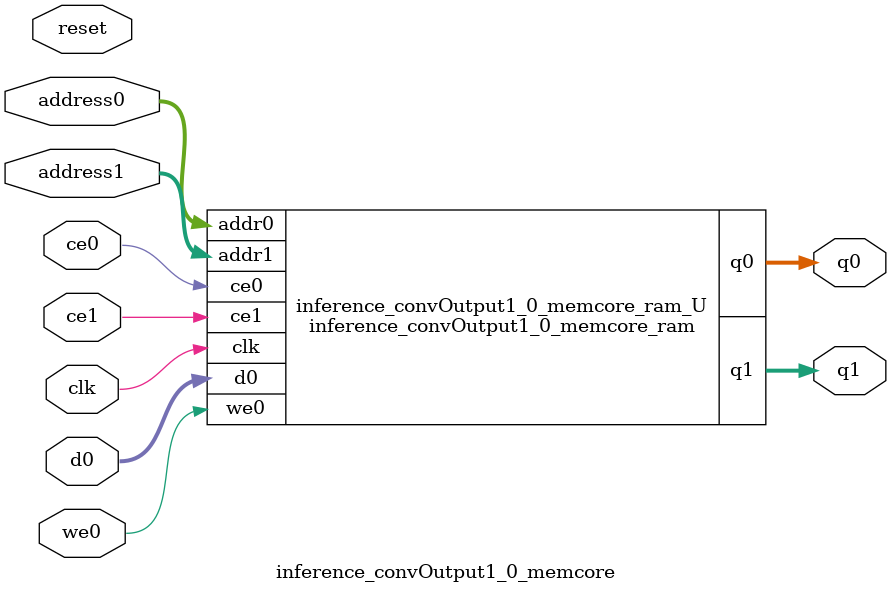
<source format=v>

`timescale 1 ns / 1 ps
module inference_convOutput1_0_memcore_ram (addr0, ce0, d0, we0, q0, addr1, ce1, q1,  clk);

parameter DWIDTH = 32;
parameter AWIDTH = 11;
parameter MEM_SIZE = 1176;

input[AWIDTH-1:0] addr0;
input ce0;
input[DWIDTH-1:0] d0;
input we0;
output reg[DWIDTH-1:0] q0;
input[AWIDTH-1:0] addr1;
input ce1;
output reg[DWIDTH-1:0] q1;
input clk;

(* ram_style = "block" *)reg [DWIDTH-1:0] ram[MEM_SIZE-1:0];




always @(posedge clk)  
begin 
    if (ce0) 
    begin
        if (we0) 
        begin 
            ram[addr0] <= d0; 
            q0 <= d0;
        end 
        else 
            q0 <= ram[addr0];
    end
end


always @(posedge clk)  
begin 
    if (ce1) 
    begin
            q1 <= ram[addr1];
    end
end


endmodule


`timescale 1 ns / 1 ps
module inference_convOutput1_0_memcore(
    reset,
    clk,
    address0,
    ce0,
    we0,
    d0,
    q0,
    address1,
    ce1,
    q1);

parameter DataWidth = 32'd32;
parameter AddressRange = 32'd1176;
parameter AddressWidth = 32'd11;
input reset;
input clk;
input[AddressWidth - 1:0] address0;
input ce0;
input we0;
input[DataWidth - 1:0] d0;
output[DataWidth - 1:0] q0;
input[AddressWidth - 1:0] address1;
input ce1;
output[DataWidth - 1:0] q1;



inference_convOutput1_0_memcore_ram inference_convOutput1_0_memcore_ram_U(
    .clk( clk ),
    .addr0( address0 ),
    .ce0( ce0 ),
    .d0( d0 ),
    .we0( we0 ),
    .q0( q0 ),
    .addr1( address1 ),
    .ce1( ce1 ),
    .q1( q1 ));

endmodule


</source>
